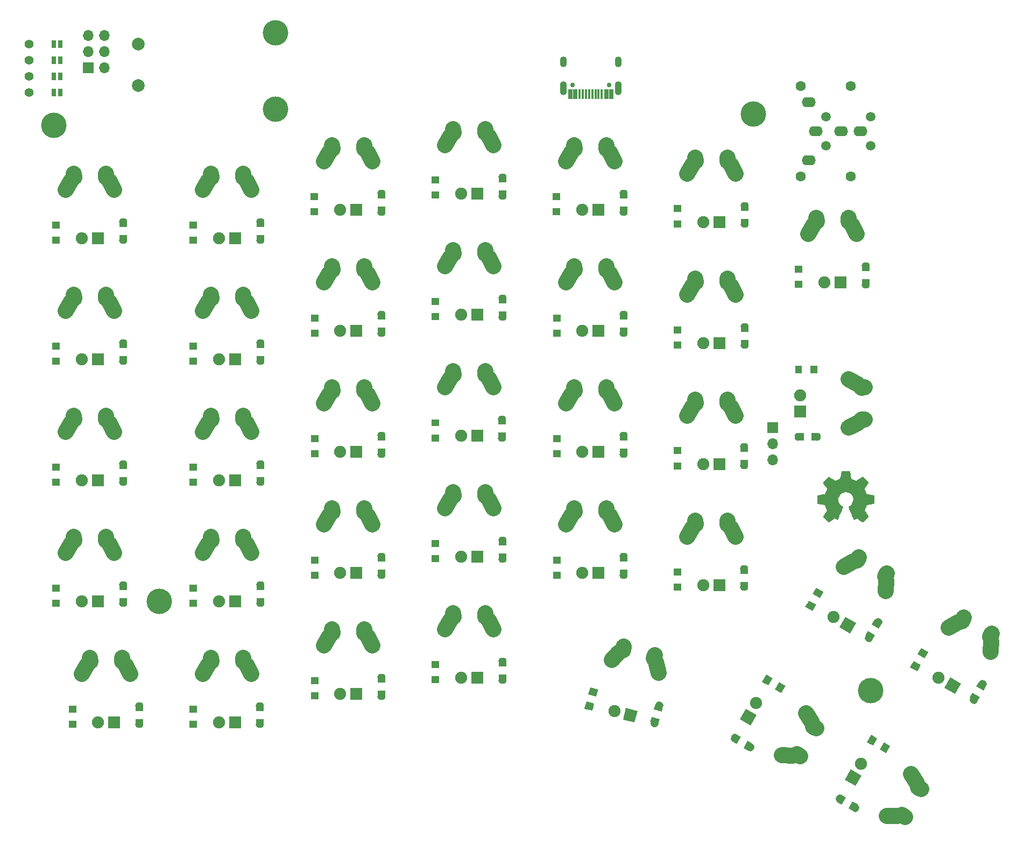
<source format=gts>
G04 #@! TF.GenerationSoftware,KiCad,Pcbnew,(5.1.5)-3*
G04 #@! TF.CreationDate,2020-05-13T01:23:10+04:00*
G04 #@! TF.ProjectId,redox_rev2_ng,7265646f-785f-4726-9576-325f6e672e6b,2.0 NG*
G04 #@! TF.SameCoordinates,Original*
G04 #@! TF.FileFunction,Soldermask,Top*
G04 #@! TF.FilePolarity,Negative*
%FSLAX46Y46*%
G04 Gerber Fmt 4.6, Leading zero omitted, Abs format (unit mm)*
G04 Created by KiCad (PCBNEW (5.1.5)-3) date 2020-05-13 01:23:10*
%MOMM*%
%LPD*%
G04 APERTURE LIST*
%ADD10C,0.010000*%
%ADD11C,1.905000*%
%ADD12C,0.100000*%
%ADD13C,2.500000*%
%ADD14R,1.905000X1.905000*%
%ADD15C,1.397000*%
%ADD16C,0.750000*%
%ADD17O,1.100000X2.200000*%
%ADD18O,1.100000X1.700000*%
%ADD19R,0.700000X1.550000*%
%ADD20R,0.400000X1.550000*%
%ADD21O,1.300000X1.100000*%
%ADD22R,1.300000X0.900000*%
%ADD23C,1.100000*%
%ADD24O,1.100000X1.300000*%
%ADD25R,0.900000X1.300000*%
%ADD26R,1.300000X0.700000*%
%ADD27R,1.300000X1.100000*%
%ADD28R,0.700000X1.300000*%
%ADD29R,1.100000X1.300000*%
%ADD30R,0.635000X1.143000*%
%ADD31C,1.600000*%
%ADD32C,1.500000*%
%ADD33O,2.200000X1.600000*%
%ADD34O,1.700000X1.700000*%
%ADD35R,1.700000X1.700000*%
%ADD36C,4.000000*%
%ADD37C,2.000000*%
G04 APERTURE END LIST*
D10*
G36*
X211046536Y-109050427D02*
G01*
X211159118Y-109647618D01*
X211574531Y-109818865D01*
X211989945Y-109990112D01*
X212488302Y-109651233D01*
X212627869Y-109556877D01*
X212754029Y-109472630D01*
X212860896Y-109402338D01*
X212942583Y-109349847D01*
X212993202Y-109319004D01*
X213006987Y-109312353D01*
X213031821Y-109329458D01*
X213084889Y-109376744D01*
X213160241Y-109448172D01*
X213251930Y-109537700D01*
X213354008Y-109639289D01*
X213460527Y-109746898D01*
X213565537Y-109854487D01*
X213663092Y-109956015D01*
X213747243Y-110045441D01*
X213812041Y-110116726D01*
X213851538Y-110163828D01*
X213860981Y-110179592D01*
X213847392Y-110208653D01*
X213809294Y-110272321D01*
X213750694Y-110364367D01*
X213675598Y-110478564D01*
X213588009Y-110608684D01*
X213537255Y-110682901D01*
X213444746Y-110818422D01*
X213362541Y-110940716D01*
X213294631Y-111043695D01*
X213245001Y-111121273D01*
X213217641Y-111167361D01*
X213213530Y-111177047D01*
X213222850Y-111204574D01*
X213248255Y-111268728D01*
X213285912Y-111360490D01*
X213331987Y-111470839D01*
X213382647Y-111590755D01*
X213434060Y-111711219D01*
X213482390Y-111823209D01*
X213523807Y-111917707D01*
X213554475Y-111985692D01*
X213570562Y-112018143D01*
X213571512Y-112019420D01*
X213596773Y-112025617D01*
X213664046Y-112039440D01*
X213766361Y-112059532D01*
X213896742Y-112084534D01*
X214048217Y-112113086D01*
X214136594Y-112129551D01*
X214298453Y-112160369D01*
X214444650Y-112189694D01*
X214567788Y-112215921D01*
X214660470Y-112237446D01*
X214715302Y-112252665D01*
X214726324Y-112257493D01*
X214737119Y-112290174D01*
X214745830Y-112363985D01*
X214752461Y-112470292D01*
X214757019Y-112600467D01*
X214759510Y-112745876D01*
X214759939Y-112897890D01*
X214758312Y-113047877D01*
X214754636Y-113187206D01*
X214748916Y-113307245D01*
X214741158Y-113399365D01*
X214731369Y-113454932D01*
X214725497Y-113466500D01*
X214690400Y-113480365D01*
X214616029Y-113500188D01*
X214512224Y-113523639D01*
X214388820Y-113548391D01*
X214345742Y-113556398D01*
X214138048Y-113594441D01*
X213973985Y-113625079D01*
X213848131Y-113649529D01*
X213755066Y-113669009D01*
X213689368Y-113684736D01*
X213645618Y-113697928D01*
X213618393Y-113709804D01*
X213602273Y-113721580D01*
X213600018Y-113723908D01*
X213577504Y-113761400D01*
X213543159Y-113834365D01*
X213500412Y-113933867D01*
X213452693Y-114050973D01*
X213403431Y-114176748D01*
X213356056Y-114302257D01*
X213313996Y-114418565D01*
X213280681Y-114516739D01*
X213259542Y-114587843D01*
X213254006Y-114622942D01*
X213254467Y-114624172D01*
X213273224Y-114652861D01*
X213315777Y-114715985D01*
X213377654Y-114806973D01*
X213454383Y-114919255D01*
X213541492Y-115046260D01*
X213566299Y-115082353D01*
X213654753Y-115213203D01*
X213732589Y-115332591D01*
X213795567Y-115433662D01*
X213839446Y-115509559D01*
X213859986Y-115553427D01*
X213860981Y-115558817D01*
X213843723Y-115587144D01*
X213796036Y-115643261D01*
X213724051Y-115721137D01*
X213633898Y-115814740D01*
X213531706Y-115918041D01*
X213423606Y-116025006D01*
X213315729Y-116129606D01*
X213214205Y-116225809D01*
X213125163Y-116307584D01*
X213054734Y-116368900D01*
X213009048Y-116403726D01*
X212996410Y-116409412D01*
X212966992Y-116396020D01*
X212906762Y-116359899D01*
X212825530Y-116307136D01*
X212763031Y-116264667D01*
X212649786Y-116186740D01*
X212515675Y-116094984D01*
X212381156Y-116003375D01*
X212308834Y-115954346D01*
X212064039Y-115788770D01*
X211858551Y-115899875D01*
X211764937Y-115948548D01*
X211685331Y-115986381D01*
X211631468Y-116007958D01*
X211617758Y-116010961D01*
X211601271Y-115988793D01*
X211568746Y-115926149D01*
X211522609Y-115828809D01*
X211465291Y-115702549D01*
X211399217Y-115553150D01*
X211326816Y-115386388D01*
X211250517Y-115208042D01*
X211172747Y-115023891D01*
X211095935Y-114839712D01*
X211022507Y-114661285D01*
X210954893Y-114494387D01*
X210895521Y-114344797D01*
X210846817Y-114218293D01*
X210811211Y-114120654D01*
X210791131Y-114057657D01*
X210787901Y-114036021D01*
X210813497Y-114008424D01*
X210869539Y-113963625D01*
X210944312Y-113910934D01*
X210950588Y-113906765D01*
X211143846Y-113752069D01*
X211299675Y-113571591D01*
X211416725Y-113371102D01*
X211493646Y-113156374D01*
X211529087Y-112933177D01*
X211521698Y-112707281D01*
X211470128Y-112484459D01*
X211373027Y-112270479D01*
X211344459Y-112223664D01*
X211195869Y-112034618D01*
X211020328Y-111882812D01*
X210823911Y-111769034D01*
X210612694Y-111694075D01*
X210392754Y-111658722D01*
X210170164Y-111663767D01*
X209951002Y-111709999D01*
X209741343Y-111798206D01*
X209547262Y-111929179D01*
X209487227Y-111982337D01*
X209334436Y-112148739D01*
X209223098Y-112323912D01*
X209146724Y-112520266D01*
X209104188Y-112714717D01*
X209093687Y-112933342D01*
X209128701Y-113153052D01*
X209205674Y-113366420D01*
X209321048Y-113566022D01*
X209471266Y-113744429D01*
X209652774Y-113894217D01*
X209676628Y-113910006D01*
X209752202Y-113961712D01*
X209809652Y-114006512D01*
X209837118Y-114035117D01*
X209837518Y-114036021D01*
X209831621Y-114066964D01*
X209808246Y-114137191D01*
X209769822Y-114240925D01*
X209718778Y-114372390D01*
X209657543Y-114525807D01*
X209588545Y-114695401D01*
X209514214Y-114875393D01*
X209436979Y-115060008D01*
X209359269Y-115243468D01*
X209283512Y-115419996D01*
X209212138Y-115583814D01*
X209147575Y-115729147D01*
X209092253Y-115850217D01*
X209048601Y-115941247D01*
X209019047Y-115996460D01*
X209007145Y-116010961D01*
X208970778Y-115999669D01*
X208902731Y-115969385D01*
X208814737Y-115925520D01*
X208766351Y-115899875D01*
X208560864Y-115788770D01*
X208316069Y-115954346D01*
X208191107Y-116039170D01*
X208054296Y-116132516D01*
X207926089Y-116220408D01*
X207861872Y-116264667D01*
X207771552Y-116325318D01*
X207695072Y-116373381D01*
X207642408Y-116402770D01*
X207625303Y-116408982D01*
X207600406Y-116392223D01*
X207545306Y-116345436D01*
X207465344Y-116273480D01*
X207365861Y-116181212D01*
X207252201Y-116073490D01*
X207180316Y-116004326D01*
X207054552Y-115880757D01*
X206945864Y-115770234D01*
X206858646Y-115677485D01*
X206797290Y-115607237D01*
X206766192Y-115564220D01*
X206763209Y-115555490D01*
X206777054Y-115522284D01*
X206815313Y-115455142D01*
X206873742Y-115360863D01*
X206948098Y-115246245D01*
X207034136Y-115118083D01*
X207058603Y-115082353D01*
X207147755Y-114952489D01*
X207227739Y-114835569D01*
X207294081Y-114738162D01*
X207342312Y-114666839D01*
X207367958Y-114628170D01*
X207370436Y-114624172D01*
X207366730Y-114593355D01*
X207347062Y-114525599D01*
X207314861Y-114429839D01*
X207273556Y-114315009D01*
X207226576Y-114190044D01*
X207177350Y-114063879D01*
X207129309Y-113945448D01*
X207085882Y-113843685D01*
X207050497Y-113767526D01*
X207026585Y-113725904D01*
X207024885Y-113723908D01*
X207010263Y-113712013D01*
X206985566Y-113700250D01*
X206945373Y-113687401D01*
X206884264Y-113672249D01*
X206796818Y-113653576D01*
X206677613Y-113630165D01*
X206521228Y-113600797D01*
X206322244Y-113564255D01*
X206279161Y-113556398D01*
X206151471Y-113531727D01*
X206040154Y-113507593D01*
X205955046Y-113486324D01*
X205905984Y-113470248D01*
X205899406Y-113466500D01*
X205888565Y-113433273D01*
X205879754Y-113359021D01*
X205872977Y-113252376D01*
X205868241Y-113121967D01*
X205865551Y-112976427D01*
X205864914Y-112824386D01*
X205866335Y-112674476D01*
X205869821Y-112535328D01*
X205875377Y-112415572D01*
X205883009Y-112323841D01*
X205892723Y-112268766D01*
X205898579Y-112257493D01*
X205931181Y-112246123D01*
X206005419Y-112227624D01*
X206113897Y-112203602D01*
X206249218Y-112175662D01*
X206403986Y-112145408D01*
X206488308Y-112129551D01*
X206648297Y-112099644D01*
X206790968Y-112072550D01*
X206909349Y-112049631D01*
X206996466Y-112032243D01*
X207045346Y-112021747D01*
X207053391Y-112019420D01*
X207066988Y-111993186D01*
X207095730Y-111929995D01*
X207135786Y-111838877D01*
X207183325Y-111728857D01*
X207234516Y-111608965D01*
X207285527Y-111488227D01*
X207332527Y-111375671D01*
X207371685Y-111280326D01*
X207399170Y-111211217D01*
X207411150Y-111177374D01*
X207411373Y-111175895D01*
X207397792Y-111149197D01*
X207359716Y-111087760D01*
X207301148Y-110997689D01*
X207226089Y-110885090D01*
X207138541Y-110756070D01*
X207087648Y-110681961D01*
X206994910Y-110546077D01*
X206912542Y-110422709D01*
X206844562Y-110318097D01*
X206794989Y-110238483D01*
X206767843Y-110190107D01*
X206763922Y-110179262D01*
X206780776Y-110154020D01*
X206827369Y-110100124D01*
X206897749Y-110023613D01*
X206985966Y-109930523D01*
X207086066Y-109826895D01*
X207192099Y-109718764D01*
X207298112Y-109612170D01*
X207398153Y-109513150D01*
X207486271Y-109427742D01*
X207556514Y-109361985D01*
X207602929Y-109321916D01*
X207618457Y-109312353D01*
X207643740Y-109325800D01*
X207704212Y-109363575D01*
X207793993Y-109421835D01*
X207907204Y-109496734D01*
X208037964Y-109584425D01*
X208136600Y-109651233D01*
X208634958Y-109990112D01*
X209050371Y-109818865D01*
X209465785Y-109647618D01*
X209578367Y-109050427D01*
X209690950Y-108453235D01*
X210933953Y-108453235D01*
X211046536Y-109050427D01*
G37*
X211046536Y-109050427D02*
X211159118Y-109647618D01*
X211574531Y-109818865D01*
X211989945Y-109990112D01*
X212488302Y-109651233D01*
X212627869Y-109556877D01*
X212754029Y-109472630D01*
X212860896Y-109402338D01*
X212942583Y-109349847D01*
X212993202Y-109319004D01*
X213006987Y-109312353D01*
X213031821Y-109329458D01*
X213084889Y-109376744D01*
X213160241Y-109448172D01*
X213251930Y-109537700D01*
X213354008Y-109639289D01*
X213460527Y-109746898D01*
X213565537Y-109854487D01*
X213663092Y-109956015D01*
X213747243Y-110045441D01*
X213812041Y-110116726D01*
X213851538Y-110163828D01*
X213860981Y-110179592D01*
X213847392Y-110208653D01*
X213809294Y-110272321D01*
X213750694Y-110364367D01*
X213675598Y-110478564D01*
X213588009Y-110608684D01*
X213537255Y-110682901D01*
X213444746Y-110818422D01*
X213362541Y-110940716D01*
X213294631Y-111043695D01*
X213245001Y-111121273D01*
X213217641Y-111167361D01*
X213213530Y-111177047D01*
X213222850Y-111204574D01*
X213248255Y-111268728D01*
X213285912Y-111360490D01*
X213331987Y-111470839D01*
X213382647Y-111590755D01*
X213434060Y-111711219D01*
X213482390Y-111823209D01*
X213523807Y-111917707D01*
X213554475Y-111985692D01*
X213570562Y-112018143D01*
X213571512Y-112019420D01*
X213596773Y-112025617D01*
X213664046Y-112039440D01*
X213766361Y-112059532D01*
X213896742Y-112084534D01*
X214048217Y-112113086D01*
X214136594Y-112129551D01*
X214298453Y-112160369D01*
X214444650Y-112189694D01*
X214567788Y-112215921D01*
X214660470Y-112237446D01*
X214715302Y-112252665D01*
X214726324Y-112257493D01*
X214737119Y-112290174D01*
X214745830Y-112363985D01*
X214752461Y-112470292D01*
X214757019Y-112600467D01*
X214759510Y-112745876D01*
X214759939Y-112897890D01*
X214758312Y-113047877D01*
X214754636Y-113187206D01*
X214748916Y-113307245D01*
X214741158Y-113399365D01*
X214731369Y-113454932D01*
X214725497Y-113466500D01*
X214690400Y-113480365D01*
X214616029Y-113500188D01*
X214512224Y-113523639D01*
X214388820Y-113548391D01*
X214345742Y-113556398D01*
X214138048Y-113594441D01*
X213973985Y-113625079D01*
X213848131Y-113649529D01*
X213755066Y-113669009D01*
X213689368Y-113684736D01*
X213645618Y-113697928D01*
X213618393Y-113709804D01*
X213602273Y-113721580D01*
X213600018Y-113723908D01*
X213577504Y-113761400D01*
X213543159Y-113834365D01*
X213500412Y-113933867D01*
X213452693Y-114050973D01*
X213403431Y-114176748D01*
X213356056Y-114302257D01*
X213313996Y-114418565D01*
X213280681Y-114516739D01*
X213259542Y-114587843D01*
X213254006Y-114622942D01*
X213254467Y-114624172D01*
X213273224Y-114652861D01*
X213315777Y-114715985D01*
X213377654Y-114806973D01*
X213454383Y-114919255D01*
X213541492Y-115046260D01*
X213566299Y-115082353D01*
X213654753Y-115213203D01*
X213732589Y-115332591D01*
X213795567Y-115433662D01*
X213839446Y-115509559D01*
X213859986Y-115553427D01*
X213860981Y-115558817D01*
X213843723Y-115587144D01*
X213796036Y-115643261D01*
X213724051Y-115721137D01*
X213633898Y-115814740D01*
X213531706Y-115918041D01*
X213423606Y-116025006D01*
X213315729Y-116129606D01*
X213214205Y-116225809D01*
X213125163Y-116307584D01*
X213054734Y-116368900D01*
X213009048Y-116403726D01*
X212996410Y-116409412D01*
X212966992Y-116396020D01*
X212906762Y-116359899D01*
X212825530Y-116307136D01*
X212763031Y-116264667D01*
X212649786Y-116186740D01*
X212515675Y-116094984D01*
X212381156Y-116003375D01*
X212308834Y-115954346D01*
X212064039Y-115788770D01*
X211858551Y-115899875D01*
X211764937Y-115948548D01*
X211685331Y-115986381D01*
X211631468Y-116007958D01*
X211617758Y-116010961D01*
X211601271Y-115988793D01*
X211568746Y-115926149D01*
X211522609Y-115828809D01*
X211465291Y-115702549D01*
X211399217Y-115553150D01*
X211326816Y-115386388D01*
X211250517Y-115208042D01*
X211172747Y-115023891D01*
X211095935Y-114839712D01*
X211022507Y-114661285D01*
X210954893Y-114494387D01*
X210895521Y-114344797D01*
X210846817Y-114218293D01*
X210811211Y-114120654D01*
X210791131Y-114057657D01*
X210787901Y-114036021D01*
X210813497Y-114008424D01*
X210869539Y-113963625D01*
X210944312Y-113910934D01*
X210950588Y-113906765D01*
X211143846Y-113752069D01*
X211299675Y-113571591D01*
X211416725Y-113371102D01*
X211493646Y-113156374D01*
X211529087Y-112933177D01*
X211521698Y-112707281D01*
X211470128Y-112484459D01*
X211373027Y-112270479D01*
X211344459Y-112223664D01*
X211195869Y-112034618D01*
X211020328Y-111882812D01*
X210823911Y-111769034D01*
X210612694Y-111694075D01*
X210392754Y-111658722D01*
X210170164Y-111663767D01*
X209951002Y-111709999D01*
X209741343Y-111798206D01*
X209547262Y-111929179D01*
X209487227Y-111982337D01*
X209334436Y-112148739D01*
X209223098Y-112323912D01*
X209146724Y-112520266D01*
X209104188Y-112714717D01*
X209093687Y-112933342D01*
X209128701Y-113153052D01*
X209205674Y-113366420D01*
X209321048Y-113566022D01*
X209471266Y-113744429D01*
X209652774Y-113894217D01*
X209676628Y-113910006D01*
X209752202Y-113961712D01*
X209809652Y-114006512D01*
X209837118Y-114035117D01*
X209837518Y-114036021D01*
X209831621Y-114066964D01*
X209808246Y-114137191D01*
X209769822Y-114240925D01*
X209718778Y-114372390D01*
X209657543Y-114525807D01*
X209588545Y-114695401D01*
X209514214Y-114875393D01*
X209436979Y-115060008D01*
X209359269Y-115243468D01*
X209283512Y-115419996D01*
X209212138Y-115583814D01*
X209147575Y-115729147D01*
X209092253Y-115850217D01*
X209048601Y-115941247D01*
X209019047Y-115996460D01*
X209007145Y-116010961D01*
X208970778Y-115999669D01*
X208902731Y-115969385D01*
X208814737Y-115925520D01*
X208766351Y-115899875D01*
X208560864Y-115788770D01*
X208316069Y-115954346D01*
X208191107Y-116039170D01*
X208054296Y-116132516D01*
X207926089Y-116220408D01*
X207861872Y-116264667D01*
X207771552Y-116325318D01*
X207695072Y-116373381D01*
X207642408Y-116402770D01*
X207625303Y-116408982D01*
X207600406Y-116392223D01*
X207545306Y-116345436D01*
X207465344Y-116273480D01*
X207365861Y-116181212D01*
X207252201Y-116073490D01*
X207180316Y-116004326D01*
X207054552Y-115880757D01*
X206945864Y-115770234D01*
X206858646Y-115677485D01*
X206797290Y-115607237D01*
X206766192Y-115564220D01*
X206763209Y-115555490D01*
X206777054Y-115522284D01*
X206815313Y-115455142D01*
X206873742Y-115360863D01*
X206948098Y-115246245D01*
X207034136Y-115118083D01*
X207058603Y-115082353D01*
X207147755Y-114952489D01*
X207227739Y-114835569D01*
X207294081Y-114738162D01*
X207342312Y-114666839D01*
X207367958Y-114628170D01*
X207370436Y-114624172D01*
X207366730Y-114593355D01*
X207347062Y-114525599D01*
X207314861Y-114429839D01*
X207273556Y-114315009D01*
X207226576Y-114190044D01*
X207177350Y-114063879D01*
X207129309Y-113945448D01*
X207085882Y-113843685D01*
X207050497Y-113767526D01*
X207026585Y-113725904D01*
X207024885Y-113723908D01*
X207010263Y-113712013D01*
X206985566Y-113700250D01*
X206945373Y-113687401D01*
X206884264Y-113672249D01*
X206796818Y-113653576D01*
X206677613Y-113630165D01*
X206521228Y-113600797D01*
X206322244Y-113564255D01*
X206279161Y-113556398D01*
X206151471Y-113531727D01*
X206040154Y-113507593D01*
X205955046Y-113486324D01*
X205905984Y-113470248D01*
X205899406Y-113466500D01*
X205888565Y-113433273D01*
X205879754Y-113359021D01*
X205872977Y-113252376D01*
X205868241Y-113121967D01*
X205865551Y-112976427D01*
X205864914Y-112824386D01*
X205866335Y-112674476D01*
X205869821Y-112535328D01*
X205875377Y-112415572D01*
X205883009Y-112323841D01*
X205892723Y-112268766D01*
X205898579Y-112257493D01*
X205931181Y-112246123D01*
X206005419Y-112227624D01*
X206113897Y-112203602D01*
X206249218Y-112175662D01*
X206403986Y-112145408D01*
X206488308Y-112129551D01*
X206648297Y-112099644D01*
X206790968Y-112072550D01*
X206909349Y-112049631D01*
X206996466Y-112032243D01*
X207045346Y-112021747D01*
X207053391Y-112019420D01*
X207066988Y-111993186D01*
X207095730Y-111929995D01*
X207135786Y-111838877D01*
X207183325Y-111728857D01*
X207234516Y-111608965D01*
X207285527Y-111488227D01*
X207332527Y-111375671D01*
X207371685Y-111280326D01*
X207399170Y-111211217D01*
X207411150Y-111177374D01*
X207411373Y-111175895D01*
X207397792Y-111149197D01*
X207359716Y-111087760D01*
X207301148Y-110997689D01*
X207226089Y-110885090D01*
X207138541Y-110756070D01*
X207087648Y-110681961D01*
X206994910Y-110546077D01*
X206912542Y-110422709D01*
X206844562Y-110318097D01*
X206794989Y-110238483D01*
X206767843Y-110190107D01*
X206763922Y-110179262D01*
X206780776Y-110154020D01*
X206827369Y-110100124D01*
X206897749Y-110023613D01*
X206985966Y-109930523D01*
X207086066Y-109826895D01*
X207192099Y-109718764D01*
X207298112Y-109612170D01*
X207398153Y-109513150D01*
X207486271Y-109427742D01*
X207556514Y-109361985D01*
X207602929Y-109321916D01*
X207618457Y-109312353D01*
X207643740Y-109325800D01*
X207704212Y-109363575D01*
X207793993Y-109421835D01*
X207907204Y-109496734D01*
X208037964Y-109584425D01*
X208136600Y-109651233D01*
X208634958Y-109990112D01*
X209050371Y-109818865D01*
X209465785Y-109647618D01*
X209578367Y-109050427D01*
X209690950Y-108453235D01*
X210933953Y-108453235D01*
X211046536Y-109050427D01*
D11*
X196260591Y-144950148D03*
D12*
G36*
X194641952Y-145848713D02*
G01*
X196291730Y-146801213D01*
X195339230Y-148450991D01*
X193689452Y-147498491D01*
X194641952Y-145848713D01*
G37*
D13*
X205693690Y-148930198D02*
X205172834Y-148675034D01*
X201989288Y-153187660D02*
X200319518Y-153159972D01*
X204988835Y-147992294D02*
X204129971Y-146560074D01*
X203153966Y-153329130D02*
X202672558Y-153005638D01*
D11*
X203200000Y-96520000D03*
D14*
X203200000Y-99060000D03*
D13*
X213359328Y-95250276D02*
X212780672Y-95289724D01*
X212279954Y-100789547D02*
X210820046Y-101600453D01*
X212279954Y-94790453D02*
X210820046Y-93979547D01*
X213359328Y-100329724D02*
X212780672Y-100290276D01*
D11*
X212770591Y-154475148D03*
D12*
G36*
X211151952Y-155373713D02*
G01*
X212801730Y-156326213D01*
X211849230Y-157975991D01*
X210199452Y-157023491D01*
X211151952Y-155373713D01*
G37*
D13*
X222203690Y-158455198D02*
X221682834Y-158200034D01*
X218499288Y-162712660D02*
X216829518Y-162684972D01*
X221498835Y-157517294D02*
X220639971Y-156085074D01*
X219663966Y-162854130D02*
X219182558Y-162530638D01*
D14*
X92710000Y-71755000D03*
D11*
X90170000Y-71755000D03*
D13*
X93979724Y-61595672D02*
X93940276Y-62174328D01*
X88440453Y-62675046D02*
X87629547Y-64134954D01*
X94439547Y-62675046D02*
X95250453Y-64134954D01*
X88900276Y-61595672D02*
X88939724Y-62174328D01*
D14*
X92710000Y-90805000D03*
D11*
X90170000Y-90805000D03*
D13*
X93979724Y-80645672D02*
X93940276Y-81224328D01*
X88440453Y-81725046D02*
X87629547Y-83184954D01*
X94439547Y-81725046D02*
X95250453Y-83184954D01*
X88900276Y-80645672D02*
X88939724Y-81224328D01*
D14*
X92710000Y-109855000D03*
D11*
X90170000Y-109855000D03*
D13*
X93979724Y-99695672D02*
X93940276Y-100274328D01*
X88440453Y-100775046D02*
X87629547Y-102234954D01*
X94439547Y-100775046D02*
X95250453Y-102234954D01*
X88900276Y-99695672D02*
X88939724Y-100274328D01*
D14*
X92710000Y-128905000D03*
D11*
X90170000Y-128905000D03*
D13*
X93979724Y-118745672D02*
X93940276Y-119324328D01*
X88440453Y-119825046D02*
X87629547Y-121284954D01*
X94439547Y-119825046D02*
X95250453Y-121284954D01*
X88900276Y-118745672D02*
X88939724Y-119324328D01*
D12*
G36*
X175275356Y-147514122D02*
G01*
X175768406Y-145674034D01*
X177608494Y-146167084D01*
X177115444Y-148007172D01*
X175275356Y-147514122D01*
G37*
D11*
X173988473Y-146183203D03*
D13*
X180297812Y-137356074D02*
X180109940Y-137904804D01*
X174667925Y-136965002D02*
X173506797Y-138165286D01*
X180462604Y-138517681D02*
X180868028Y-140137721D01*
X175391441Y-136041416D02*
X175279779Y-136610566D01*
D15*
X81800000Y-41200000D03*
X81800000Y-43740000D03*
X81800000Y-46280000D03*
X81800000Y-48820000D03*
D16*
X173090000Y-47650000D03*
D17*
X165880000Y-48180000D03*
X174520000Y-48180000D03*
D18*
X165880000Y-44000000D03*
X174520000Y-44000000D03*
D16*
X167310000Y-47650000D03*
D19*
X173425000Y-49100000D03*
X172650000Y-49100000D03*
D20*
X171950000Y-49100000D03*
X171450000Y-49100000D03*
X170950000Y-49100000D03*
X170450000Y-49100000D03*
X169950000Y-49100000D03*
X169450000Y-49100000D03*
X168950000Y-49100000D03*
X168450000Y-49100000D03*
D19*
X167750000Y-49100000D03*
X166975000Y-49100000D03*
D14*
X133350000Y-67310000D03*
D11*
X130810000Y-67310000D03*
D13*
X134619724Y-57150672D02*
X134580276Y-57729328D01*
X129080453Y-58230046D02*
X128269547Y-59689954D01*
X135079547Y-58230046D02*
X135890453Y-59689954D01*
X129540276Y-57150672D02*
X129579724Y-57729328D01*
D14*
X190500000Y-69215000D03*
D11*
X187960000Y-69215000D03*
D13*
X191769724Y-59055672D02*
X191730276Y-59634328D01*
X186230453Y-60135046D02*
X185419547Y-61594954D01*
X192229547Y-60135046D02*
X193040453Y-61594954D01*
X186690276Y-59055672D02*
X186729724Y-59634328D01*
D14*
X114300000Y-71755000D03*
D11*
X111760000Y-71755000D03*
D13*
X115569724Y-61595672D02*
X115530276Y-62174328D01*
X110030453Y-62675046D02*
X109219547Y-64134954D01*
X116029547Y-62675046D02*
X116840453Y-64134954D01*
X110490276Y-61595672D02*
X110529724Y-62174328D01*
D14*
X95250000Y-147955000D03*
D11*
X92710000Y-147955000D03*
D13*
X96519724Y-137795672D02*
X96480276Y-138374328D01*
X90980453Y-138875046D02*
X90169547Y-140334954D01*
X96979547Y-138875046D02*
X97790453Y-140334954D01*
X91440276Y-137795672D02*
X91479724Y-138374328D01*
D14*
X114300000Y-90805000D03*
D11*
X111760000Y-90805000D03*
D13*
X115569724Y-80645672D02*
X115530276Y-81224328D01*
X110030453Y-81725046D02*
X109219547Y-83184954D01*
X116029547Y-81725046D02*
X116840453Y-83184954D01*
X110490276Y-80645672D02*
X110529724Y-81224328D01*
D14*
X114300000Y-109855000D03*
D11*
X111760000Y-109855000D03*
D13*
X115569724Y-99695672D02*
X115530276Y-100274328D01*
X110030453Y-100775046D02*
X109219547Y-102234954D01*
X116029547Y-100775046D02*
X116840453Y-102234954D01*
X110490276Y-99695672D02*
X110529724Y-100274328D01*
D14*
X114300000Y-128905000D03*
D11*
X111760000Y-128905000D03*
D13*
X115569724Y-118745672D02*
X115530276Y-119324328D01*
X110030453Y-119825046D02*
X109219547Y-121284954D01*
X116029547Y-119825046D02*
X116840453Y-121284954D01*
X110490276Y-118745672D02*
X110529724Y-119324328D01*
D14*
X114300000Y-147955000D03*
D11*
X111760000Y-147955000D03*
D13*
X115569724Y-137795672D02*
X115530276Y-138374328D01*
X110030453Y-138875046D02*
X109219547Y-140334954D01*
X116029547Y-138875046D02*
X116840453Y-140334954D01*
X110490276Y-137795672D02*
X110529724Y-138374328D01*
D14*
X133350000Y-86360000D03*
D11*
X130810000Y-86360000D03*
D13*
X134619724Y-76200672D02*
X134580276Y-76779328D01*
X129080453Y-77280046D02*
X128269547Y-78739954D01*
X135079547Y-77280046D02*
X135890453Y-78739954D01*
X129540276Y-76200672D02*
X129579724Y-76779328D01*
D14*
X133350000Y-105410000D03*
D11*
X130810000Y-105410000D03*
D13*
X134619724Y-95250672D02*
X134580276Y-95829328D01*
X129080453Y-96330046D02*
X128269547Y-97789954D01*
X135079547Y-96330046D02*
X135890453Y-97789954D01*
X129540276Y-95250672D02*
X129579724Y-95829328D01*
D14*
X133350000Y-124460000D03*
D11*
X130810000Y-124460000D03*
D13*
X134619724Y-114300672D02*
X134580276Y-114879328D01*
X129080453Y-115380046D02*
X128269547Y-116839954D01*
X135079547Y-115380046D02*
X135890453Y-116839954D01*
X129540276Y-114300672D02*
X129579724Y-114879328D01*
D14*
X133350000Y-143510000D03*
D11*
X130810000Y-143510000D03*
D13*
X134619724Y-133350672D02*
X134580276Y-133929328D01*
X129080453Y-134430046D02*
X128269547Y-135889954D01*
X135079547Y-134430046D02*
X135890453Y-135889954D01*
X129540276Y-133350672D02*
X129579724Y-133929328D01*
D14*
X152400000Y-64770000D03*
D11*
X149860000Y-64770000D03*
D13*
X153669724Y-54610672D02*
X153630276Y-55189328D01*
X148130453Y-55690046D02*
X147319547Y-57149954D01*
X154129547Y-55690046D02*
X154940453Y-57149954D01*
X148590276Y-54610672D02*
X148629724Y-55189328D01*
D14*
X152400000Y-83820000D03*
D11*
X149860000Y-83820000D03*
D13*
X153669724Y-73660672D02*
X153630276Y-74239328D01*
X148130453Y-74740046D02*
X147319547Y-76199954D01*
X154129547Y-74740046D02*
X154940453Y-76199954D01*
X148590276Y-73660672D02*
X148629724Y-74239328D01*
D14*
X152400000Y-102870000D03*
D11*
X149860000Y-102870000D03*
D13*
X153669724Y-92710672D02*
X153630276Y-93289328D01*
X148130453Y-93790046D02*
X147319547Y-95249954D01*
X154129547Y-93790046D02*
X154940453Y-95249954D01*
X148590276Y-92710672D02*
X148629724Y-93289328D01*
D14*
X152400000Y-121920000D03*
D11*
X149860000Y-121920000D03*
D13*
X153669724Y-111760672D02*
X153630276Y-112339328D01*
X148130453Y-112840046D02*
X147319547Y-114299954D01*
X154129547Y-112840046D02*
X154940453Y-114299954D01*
X148590276Y-111760672D02*
X148629724Y-112339328D01*
D14*
X152400000Y-140970000D03*
D11*
X149860000Y-140970000D03*
D13*
X153669724Y-130810672D02*
X153630276Y-131389328D01*
X148130453Y-131890046D02*
X147319547Y-133349954D01*
X154129547Y-131890046D02*
X154940453Y-133349954D01*
X148590276Y-130810672D02*
X148629724Y-131389328D01*
D14*
X171450000Y-67310000D03*
D11*
X168910000Y-67310000D03*
D13*
X172719724Y-57150672D02*
X172680276Y-57729328D01*
X167180453Y-58230046D02*
X166369547Y-59689954D01*
X173179547Y-58230046D02*
X173990453Y-59689954D01*
X167640276Y-57150672D02*
X167679724Y-57729328D01*
D14*
X171450000Y-86360000D03*
D11*
X168910000Y-86360000D03*
D13*
X172719724Y-76200672D02*
X172680276Y-76779328D01*
X167180453Y-77280046D02*
X166369547Y-78739954D01*
X173179547Y-77280046D02*
X173990453Y-78739954D01*
X167640276Y-76200672D02*
X167679724Y-76779328D01*
D14*
X171450000Y-105410000D03*
D11*
X168910000Y-105410000D03*
D13*
X172719724Y-95250672D02*
X172680276Y-95829328D01*
X167180453Y-96330046D02*
X166369547Y-97789954D01*
X173179547Y-96330046D02*
X173990453Y-97789954D01*
X167640276Y-95250672D02*
X167679724Y-95829328D01*
D14*
X171450000Y-124460000D03*
D11*
X168910000Y-124460000D03*
D13*
X172719724Y-114300672D02*
X172680276Y-114879328D01*
X167180453Y-115380046D02*
X166369547Y-116839954D01*
X173179547Y-115380046D02*
X173990453Y-116839954D01*
X167640276Y-114300672D02*
X167679724Y-114879328D01*
D14*
X190500000Y-88265000D03*
D11*
X187960000Y-88265000D03*
D13*
X191769724Y-78105672D02*
X191730276Y-78684328D01*
X186230453Y-79185046D02*
X185419547Y-80644954D01*
X192229547Y-79185046D02*
X193040453Y-80644954D01*
X186690276Y-78105672D02*
X186729724Y-78684328D01*
D14*
X190500000Y-107315000D03*
D11*
X187960000Y-107315000D03*
D13*
X191769724Y-97155672D02*
X191730276Y-97734328D01*
X186230453Y-98235046D02*
X185419547Y-99694954D01*
X192229547Y-98235046D02*
X193040453Y-99694954D01*
X186690276Y-97155672D02*
X186729724Y-97734328D01*
D14*
X190500000Y-126365000D03*
D11*
X187960000Y-126365000D03*
D13*
X191769724Y-116205672D02*
X191730276Y-116784328D01*
X186230453Y-117285046D02*
X185419547Y-118744954D01*
X192229547Y-117285046D02*
X193040453Y-118744954D01*
X186690276Y-116205672D02*
X186729724Y-116784328D01*
D14*
X209550000Y-78740000D03*
D11*
X207010000Y-78740000D03*
D13*
X210819724Y-68580672D02*
X210780276Y-69159328D01*
X205280453Y-69660046D02*
X204469547Y-71119954D01*
X211279547Y-69660046D02*
X212090453Y-71119954D01*
X205740276Y-68580672D02*
X205779724Y-69159328D01*
D12*
G36*
X209348713Y-133018048D02*
G01*
X210301213Y-131368270D01*
X211950991Y-132320770D01*
X210998491Y-133970548D01*
X209348713Y-133018048D01*
G37*
D11*
X208450148Y-131399409D03*
D13*
X216829130Y-124506034D02*
X216505638Y-124987442D01*
X211492294Y-122671165D02*
X210060074Y-123530029D01*
X216687660Y-125670712D02*
X216659972Y-127340482D01*
X212430198Y-121966310D02*
X212175034Y-122487166D01*
D12*
G36*
X225858713Y-142543048D02*
G01*
X226811213Y-140893270D01*
X228460991Y-141845770D01*
X227508491Y-143495548D01*
X225858713Y-142543048D01*
G37*
D11*
X224960148Y-140924409D03*
D13*
X233339130Y-134031034D02*
X233015638Y-134512442D01*
X228002294Y-132196165D02*
X226570074Y-133055029D01*
X233197660Y-135195712D02*
X233169972Y-136865482D01*
X228940198Y-131491310D02*
X228685034Y-132012166D01*
D21*
X96647000Y-72112000D03*
X96647000Y-69112000D03*
D22*
X96647000Y-71662000D03*
X96647000Y-69562000D03*
D21*
X96647000Y-91162000D03*
X96647000Y-88162000D03*
D22*
X96647000Y-90712000D03*
X96647000Y-88612000D03*
D21*
X96647000Y-110212000D03*
X96647000Y-107212000D03*
D22*
X96647000Y-109762000D03*
X96647000Y-107662000D03*
D21*
X96647000Y-129262000D03*
X96647000Y-126262000D03*
D22*
X96647000Y-128812000D03*
X96647000Y-126712000D03*
D21*
X99187000Y-148312000D03*
X99187000Y-145312000D03*
D22*
X99187000Y-147862000D03*
X99187000Y-145762000D03*
D21*
X118237000Y-72112000D03*
X118237000Y-69112000D03*
D22*
X118237000Y-71662000D03*
X118237000Y-69562000D03*
D21*
X118237000Y-91162000D03*
X118237000Y-88162000D03*
D22*
X118237000Y-90712000D03*
X118237000Y-88612000D03*
D21*
X118237000Y-110212000D03*
X118237000Y-107212000D03*
D22*
X118237000Y-109762000D03*
X118237000Y-107662000D03*
D21*
X118237000Y-129262000D03*
X118237000Y-126262000D03*
D22*
X118237000Y-128812000D03*
X118237000Y-126712000D03*
D21*
X118200000Y-148312000D03*
X118200000Y-145312000D03*
D22*
X118200000Y-147862000D03*
X118200000Y-145762000D03*
D21*
X137300000Y-67667000D03*
X137300000Y-64667000D03*
D22*
X137300000Y-67217000D03*
X137300000Y-65117000D03*
D21*
X137300000Y-86717000D03*
X137300000Y-83717000D03*
D22*
X137300000Y-86267000D03*
X137300000Y-84167000D03*
D21*
X137287000Y-105767000D03*
X137287000Y-102767000D03*
D22*
X137287000Y-105317000D03*
X137287000Y-103217000D03*
D21*
X137287000Y-124817000D03*
X137287000Y-121817000D03*
D22*
X137287000Y-124367000D03*
X137287000Y-122267000D03*
D21*
X137287000Y-143867000D03*
X137287000Y-140867000D03*
D22*
X137287000Y-143417000D03*
X137287000Y-141317000D03*
D21*
X156337000Y-65127000D03*
X156337000Y-62127000D03*
D22*
X156337000Y-64677000D03*
X156337000Y-62577000D03*
D21*
X156337000Y-84177000D03*
X156337000Y-81177000D03*
D22*
X156337000Y-83727000D03*
X156337000Y-81627000D03*
D21*
X156300000Y-103227000D03*
X156300000Y-100227000D03*
D22*
X156300000Y-102777000D03*
X156300000Y-100677000D03*
D21*
X156337000Y-122277000D03*
X156337000Y-119277000D03*
D22*
X156337000Y-121827000D03*
X156337000Y-119727000D03*
D21*
X156337000Y-141327000D03*
X156337000Y-138327000D03*
D22*
X156337000Y-140877000D03*
X156337000Y-138777000D03*
D21*
X175387000Y-67667000D03*
X175387000Y-64667000D03*
D22*
X175387000Y-67217000D03*
X175387000Y-65117000D03*
D21*
X175387000Y-86717000D03*
X175387000Y-83717000D03*
D22*
X175387000Y-86267000D03*
X175387000Y-84167000D03*
D21*
X175387000Y-105767000D03*
X175387000Y-102767000D03*
D22*
X175387000Y-105317000D03*
X175387000Y-103217000D03*
D21*
X175400000Y-124817000D03*
X175400000Y-121817000D03*
D22*
X175400000Y-124367000D03*
X175400000Y-122267000D03*
D23*
X180302364Y-148159771D02*
X180109178Y-148108007D01*
X181078822Y-145261993D02*
X180885636Y-145210229D01*
D12*
G36*
X179810857Y-147096323D02*
G01*
X181066560Y-147432788D01*
X180833623Y-148302121D01*
X179577920Y-147965656D01*
X179810857Y-147096323D01*
G37*
G36*
X180354377Y-145067879D02*
G01*
X181610080Y-145404344D01*
X181377143Y-146273677D01*
X180121440Y-145937212D01*
X180354377Y-145067879D01*
G37*
D21*
X194437000Y-69572000D03*
X194437000Y-66572000D03*
D22*
X194437000Y-69122000D03*
X194437000Y-67022000D03*
D21*
X194437000Y-88622000D03*
X194437000Y-85622000D03*
D22*
X194437000Y-88172000D03*
X194437000Y-86072000D03*
D21*
X194400000Y-107545000D03*
X194400000Y-104545000D03*
D22*
X194400000Y-107095000D03*
X194400000Y-104995000D03*
D21*
X194400000Y-126722000D03*
X194400000Y-123722000D03*
D22*
X194400000Y-126272000D03*
X194400000Y-124172000D03*
D23*
X192706962Y-150466603D02*
X192806962Y-150293397D01*
X195305038Y-151966603D02*
X195405038Y-151793397D01*
D12*
G36*
X193861384Y-150267083D02*
G01*
X193211384Y-151392917D01*
X192431962Y-150942917D01*
X193081962Y-149817083D01*
X193861384Y-150267083D01*
G37*
G36*
X195680038Y-151317083D02*
G01*
X195030038Y-152442917D01*
X194250616Y-151992917D01*
X194900616Y-150867083D01*
X195680038Y-151317083D01*
G37*
D21*
X213487000Y-79097000D03*
X213487000Y-76097000D03*
D22*
X213487000Y-78647000D03*
X213487000Y-76547000D03*
D24*
X202843000Y-102997000D03*
X205843000Y-102997000D03*
D25*
X203293000Y-102997000D03*
X205393000Y-102997000D03*
D23*
X214036603Y-134749038D02*
X213863397Y-134649038D01*
X215536603Y-132150962D02*
X215363397Y-132050962D01*
D12*
G36*
X213837083Y-133594616D02*
G01*
X214962917Y-134244616D01*
X214512917Y-135024038D01*
X213387083Y-134374038D01*
X213837083Y-133594616D01*
G37*
G36*
X214887083Y-131775962D02*
G01*
X216012917Y-132425962D01*
X215562917Y-133205384D01*
X214437083Y-132555384D01*
X214887083Y-131775962D01*
G37*
D23*
X230476603Y-144478038D02*
X230303397Y-144378038D01*
X231976603Y-141879962D02*
X231803397Y-141779962D01*
D12*
G36*
X230277083Y-143323616D02*
G01*
X231402917Y-143973616D01*
X230952917Y-144753038D01*
X229827083Y-144103038D01*
X230277083Y-143323616D01*
G37*
G36*
X231327083Y-141504962D02*
G01*
X232452917Y-142154962D01*
X232002917Y-142934384D01*
X230877083Y-142284384D01*
X231327083Y-141504962D01*
G37*
D23*
X209216962Y-159991603D02*
X209316962Y-159818397D01*
X211815038Y-161491603D02*
X211915038Y-161318397D01*
D12*
G36*
X210371384Y-159792083D02*
G01*
X209721384Y-160917917D01*
X208941962Y-160467917D01*
X209591962Y-159342083D01*
X210371384Y-159792083D01*
G37*
G36*
X212190038Y-160842083D02*
G01*
X211540038Y-161967917D01*
X210760616Y-161517917D01*
X211410616Y-160392083D01*
X212190038Y-160842083D01*
G37*
D26*
X86106000Y-69466000D03*
X86106000Y-72266000D03*
D27*
X86106000Y-69716000D03*
X86106000Y-72016000D03*
D26*
X86100000Y-88500000D03*
X86100000Y-91300000D03*
D27*
X86100000Y-88750000D03*
X86100000Y-91050000D03*
D26*
X86100000Y-107600000D03*
X86100000Y-110400000D03*
D27*
X86100000Y-107850000D03*
X86100000Y-110150000D03*
D26*
X86100000Y-126600000D03*
X86100000Y-129400000D03*
D27*
X86100000Y-126850000D03*
X86100000Y-129150000D03*
D26*
X88700000Y-145700000D03*
X88700000Y-148500000D03*
D27*
X88700000Y-145950000D03*
X88700000Y-148250000D03*
D26*
X107696000Y-69466000D03*
X107696000Y-72266000D03*
D27*
X107696000Y-69716000D03*
X107696000Y-72016000D03*
D26*
X107700000Y-88550000D03*
X107700000Y-91350000D03*
D27*
X107700000Y-88800000D03*
X107700000Y-91100000D03*
D26*
X107700000Y-107600000D03*
X107700000Y-110400000D03*
D27*
X107700000Y-107850000D03*
X107700000Y-110150000D03*
D26*
X107700000Y-126600000D03*
X107700000Y-129400000D03*
D27*
X107700000Y-126850000D03*
X107700000Y-129150000D03*
D26*
X107700000Y-145650000D03*
X107700000Y-148450000D03*
D27*
X107700000Y-145900000D03*
X107700000Y-148200000D03*
D26*
X126746000Y-65000000D03*
X126746000Y-67800000D03*
D27*
X126746000Y-65250000D03*
X126746000Y-67550000D03*
D26*
X126800000Y-84100000D03*
X126800000Y-86900000D03*
D27*
X126800000Y-84350000D03*
X126800000Y-86650000D03*
D26*
X126800000Y-103100000D03*
X126800000Y-105900000D03*
D27*
X126800000Y-103350000D03*
X126800000Y-105650000D03*
D26*
X126800000Y-122200000D03*
X126800000Y-125000000D03*
D27*
X126800000Y-122450000D03*
X126800000Y-124750000D03*
D26*
X126800000Y-141200000D03*
X126800000Y-144000000D03*
D27*
X126800000Y-141450000D03*
X126800000Y-143750000D03*
D26*
X145796000Y-62354000D03*
X145796000Y-65154000D03*
D27*
X145796000Y-62604000D03*
X145796000Y-64904000D03*
D26*
X145800000Y-81500000D03*
X145800000Y-84300000D03*
D27*
X145800000Y-81750000D03*
X145800000Y-84050000D03*
D26*
X145800000Y-100600000D03*
X145800000Y-103400000D03*
D27*
X145800000Y-100850000D03*
X145800000Y-103150000D03*
D26*
X145800000Y-119600000D03*
X145800000Y-122400000D03*
D27*
X145800000Y-119850000D03*
X145800000Y-122150000D03*
D26*
X145800000Y-138650000D03*
X145800000Y-141450000D03*
D27*
X145800000Y-138900000D03*
X145800000Y-141200000D03*
D26*
X164846000Y-65000000D03*
X164846000Y-67800000D03*
D27*
X164846000Y-65250000D03*
X164846000Y-67550000D03*
D26*
X164900000Y-84100000D03*
X164900000Y-86900000D03*
D27*
X164900000Y-84350000D03*
X164900000Y-86650000D03*
D26*
X164900000Y-103100000D03*
X164900000Y-105900000D03*
D27*
X164900000Y-103350000D03*
X164900000Y-105650000D03*
D26*
X164900000Y-122200000D03*
X164900000Y-125000000D03*
D27*
X164900000Y-122450000D03*
X164900000Y-124750000D03*
D12*
G36*
X171197254Y-143443195D02*
G01*
X169941551Y-143106731D01*
X170122724Y-142430583D01*
X171378427Y-142767047D01*
X171197254Y-143443195D01*
G37*
G36*
X170472560Y-146147787D02*
G01*
X169216857Y-145811323D01*
X169398030Y-145135175D01*
X170653733Y-145471639D01*
X170472560Y-146147787D01*
G37*
G36*
X171080785Y-143877862D02*
G01*
X169825082Y-143541397D01*
X170109783Y-142478878D01*
X171365486Y-142815343D01*
X171080785Y-143877862D01*
G37*
G36*
X170485501Y-146099492D02*
G01*
X169229798Y-145763027D01*
X169514499Y-144700508D01*
X170770202Y-145036973D01*
X170485501Y-146099492D01*
G37*
D26*
X183900000Y-66900000D03*
X183900000Y-69700000D03*
D27*
X183900000Y-67150000D03*
X183900000Y-69450000D03*
D26*
X183900000Y-86000000D03*
X183900000Y-88800000D03*
D27*
X183900000Y-86250000D03*
X183900000Y-88550000D03*
D26*
X183900000Y-105000000D03*
X183900000Y-107800000D03*
D27*
X183900000Y-105250000D03*
X183900000Y-107550000D03*
D26*
X183900000Y-124100000D03*
X183900000Y-126900000D03*
D27*
X183900000Y-124350000D03*
X183900000Y-126650000D03*
D12*
G36*
X199584327Y-142987917D02*
G01*
X200234327Y-141862083D01*
X200840545Y-142212083D01*
X200190545Y-143337917D01*
X199584327Y-142987917D01*
G37*
G36*
X197159455Y-141587917D02*
G01*
X197809455Y-140462083D01*
X198415673Y-140812083D01*
X197765673Y-141937917D01*
X197159455Y-141587917D01*
G37*
G36*
X199194615Y-142762917D02*
G01*
X199844615Y-141637083D01*
X200797243Y-142187083D01*
X200147243Y-143312917D01*
X199194615Y-142762917D01*
G37*
G36*
X197202757Y-141612917D02*
G01*
X197852757Y-140487083D01*
X198805385Y-141037083D01*
X198155385Y-142162917D01*
X197202757Y-141612917D01*
G37*
D26*
X202946000Y-76400000D03*
X202946000Y-79200000D03*
D27*
X202946000Y-76650000D03*
X202946000Y-78950000D03*
D28*
X205500000Y-92456000D03*
X202700000Y-92456000D03*
D29*
X205250000Y-92456000D03*
X202950000Y-92456000D03*
D12*
G36*
X206487917Y-128015673D02*
G01*
X205362083Y-127365673D01*
X205712083Y-126759455D01*
X206837917Y-127409455D01*
X206487917Y-128015673D01*
G37*
G36*
X205087917Y-130440545D02*
G01*
X203962083Y-129790545D01*
X204312083Y-129184327D01*
X205437917Y-129834327D01*
X205087917Y-130440545D01*
G37*
G36*
X206262917Y-128405385D02*
G01*
X205137083Y-127755385D01*
X205687083Y-126802757D01*
X206812917Y-127452757D01*
X206262917Y-128405385D01*
G37*
G36*
X205112917Y-130397243D02*
G01*
X203987083Y-129747243D01*
X204537083Y-128794615D01*
X205662917Y-129444615D01*
X205112917Y-130397243D01*
G37*
G36*
X222987917Y-137515673D02*
G01*
X221862083Y-136865673D01*
X222212083Y-136259455D01*
X223337917Y-136909455D01*
X222987917Y-137515673D01*
G37*
G36*
X221587917Y-139940545D02*
G01*
X220462083Y-139290545D01*
X220812083Y-138684327D01*
X221937917Y-139334327D01*
X221587917Y-139940545D01*
G37*
G36*
X222762917Y-137905385D02*
G01*
X221637083Y-137255385D01*
X222187083Y-136302757D01*
X223312917Y-136952757D01*
X222762917Y-137905385D01*
G37*
G36*
X221612917Y-139897243D02*
G01*
X220487083Y-139247243D01*
X221037083Y-138294615D01*
X222162917Y-138944615D01*
X221612917Y-139897243D01*
G37*
G36*
X216080256Y-152462917D02*
G01*
X216730256Y-151337083D01*
X217336474Y-151687083D01*
X216686474Y-152812917D01*
X216080256Y-152462917D01*
G37*
G36*
X213655384Y-151062917D02*
G01*
X214305384Y-149937083D01*
X214911602Y-150287083D01*
X214261602Y-151412917D01*
X213655384Y-151062917D01*
G37*
G36*
X215690544Y-152237917D02*
G01*
X216340544Y-151112083D01*
X217293172Y-151662083D01*
X216643172Y-152787917D01*
X215690544Y-152237917D01*
G37*
G36*
X213698686Y-151087917D02*
G01*
X214348686Y-149962083D01*
X215301314Y-150512083D01*
X214651314Y-151637917D01*
X213698686Y-151087917D01*
G37*
D30*
X85734620Y-48802000D03*
X86735380Y-48802000D03*
X85734620Y-46242000D03*
X86735380Y-46242000D03*
X85734620Y-43759000D03*
X86735380Y-43759000D03*
X85734620Y-41199000D03*
X86735380Y-41199000D03*
D31*
X203287800Y-47816000D03*
X211087800Y-47816000D03*
X203287800Y-62040000D03*
X211087800Y-62040000D03*
D32*
X207223800Y-57228000D03*
X214223800Y-57228000D03*
D33*
X204523800Y-59528000D03*
X204523800Y-50328000D03*
X205623800Y-54928000D03*
X212623800Y-54928000D03*
D32*
X207223800Y-52628000D03*
X214223800Y-52628000D03*
D33*
X209623800Y-54928000D03*
D34*
X198882000Y-106680000D03*
X198882000Y-104140000D03*
D35*
X198882000Y-101600000D03*
D36*
X195839000Y-52200000D03*
X85725000Y-53975000D03*
X102287000Y-128905000D03*
X214249000Y-143002000D03*
D37*
X99000000Y-47700000D03*
X99000000Y-41200000D03*
D35*
X91186000Y-44958000D03*
D34*
X93726000Y-44958000D03*
X91186000Y-42418000D03*
X93726000Y-42418000D03*
X91186000Y-39878000D03*
X93726000Y-39878000D03*
D36*
X120600000Y-39400000D03*
X120600000Y-51450000D03*
M02*

</source>
